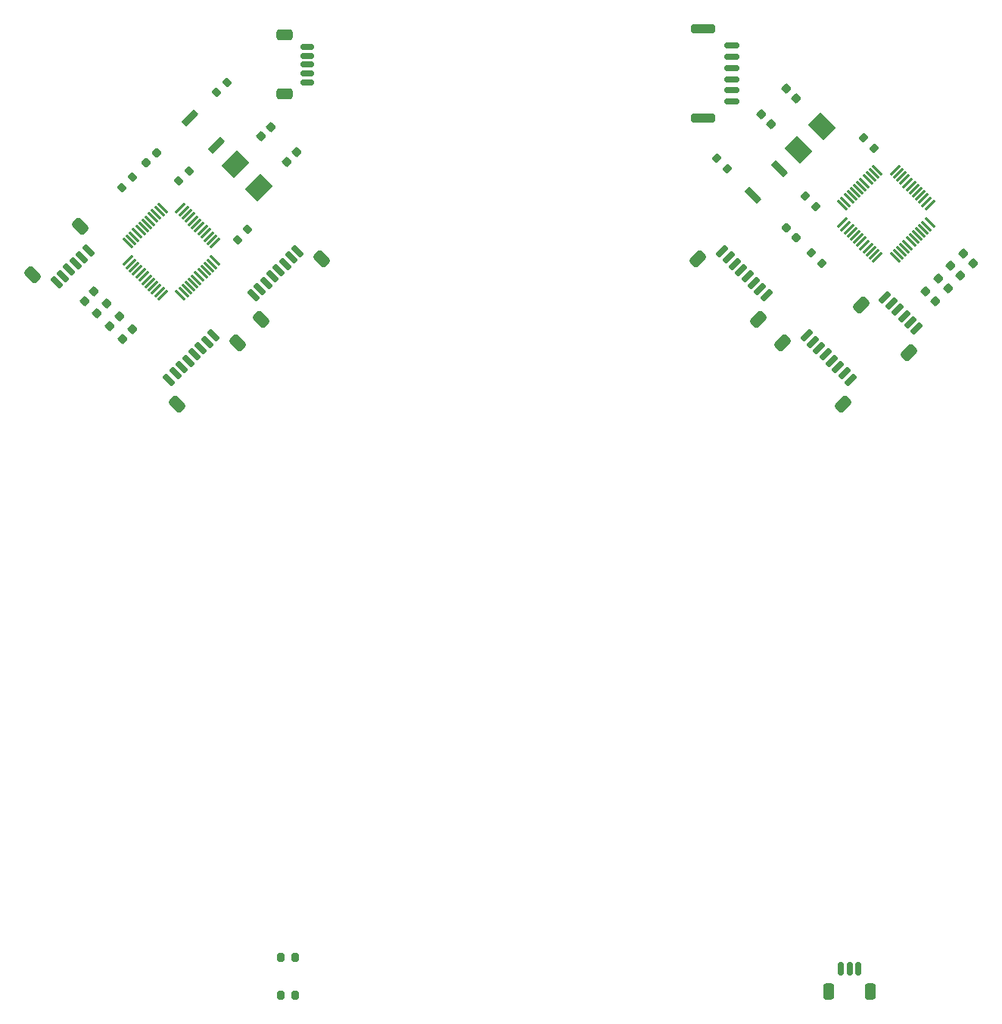
<source format=gtp>
%TF.GenerationSoftware,KiCad,Pcbnew,(6.0.7-1)-1*%
%TF.CreationDate,2023-02-20T20:58:05+08:00*%
%TF.ProjectId,layer3,6c617965-7233-42e6-9b69-6361645f7063,1.0*%
%TF.SameCoordinates,Original*%
%TF.FileFunction,Paste,Top*%
%TF.FilePolarity,Positive*%
%FSLAX46Y46*%
G04 Gerber Fmt 4.6, Leading zero omitted, Abs format (unit mm)*
G04 Created by KiCad (PCBNEW (6.0.7-1)-1) date 2023-02-20 20:58:05*
%MOMM*%
%LPD*%
G01*
G04 APERTURE LIST*
G04 Aperture macros list*
%AMRoundRect*
0 Rectangle with rounded corners*
0 $1 Rounding radius*
0 $2 $3 $4 $5 $6 $7 $8 $9 X,Y pos of 4 corners*
0 Add a 4 corners polygon primitive as box body*
4,1,4,$2,$3,$4,$5,$6,$7,$8,$9,$2,$3,0*
0 Add four circle primitives for the rounded corners*
1,1,$1+$1,$2,$3*
1,1,$1+$1,$4,$5*
1,1,$1+$1,$6,$7*
1,1,$1+$1,$8,$9*
0 Add four rect primitives between the rounded corners*
20,1,$1+$1,$2,$3,$4,$5,0*
20,1,$1+$1,$4,$5,$6,$7,0*
20,1,$1+$1,$6,$7,$8,$9,0*
20,1,$1+$1,$8,$9,$2,$3,0*%
%AMRotRect*
0 Rectangle, with rotation*
0 The origin of the aperture is its center*
0 $1 length*
0 $2 width*
0 $3 Rotation angle, in degrees counterclockwise*
0 Add horizontal line*
21,1,$1,$2,0,0,$3*%
G04 Aperture macros list end*
%ADD10RoundRect,0.200000X0.335876X0.053033X0.053033X0.335876X-0.335876X-0.053033X-0.053033X-0.335876X0*%
%ADD11RoundRect,0.150000X0.548008X0.335876X0.335876X0.548008X-0.548008X-0.335876X-0.335876X-0.548008X0*%
%ADD12RoundRect,0.250000X0.707107X0.212132X0.212132X0.707107X-0.707107X-0.212132X-0.212132X-0.707107X0*%
%ADD13RoundRect,0.150000X0.150000X0.625000X-0.150000X0.625000X-0.150000X-0.625000X0.150000X-0.625000X0*%
%ADD14RoundRect,0.250000X0.350000X0.650000X-0.350000X0.650000X-0.350000X-0.650000X0.350000X-0.650000X0*%
%ADD15RotRect,2.000000X2.400000X45.000000*%
%ADD16RoundRect,0.225000X0.017678X-0.335876X0.335876X-0.017678X-0.017678X0.335876X-0.335876X0.017678X0*%
%ADD17RoundRect,0.150000X-0.700000X0.150000X-0.700000X-0.150000X0.700000X-0.150000X0.700000X0.150000X0*%
%ADD18RoundRect,0.250000X-1.100000X0.250000X-1.100000X-0.250000X1.100000X-0.250000X1.100000X0.250000X0*%
%ADD19RoundRect,0.225000X0.335876X0.017678X0.017678X0.335876X-0.335876X-0.017678X-0.017678X-0.335876X0*%
%ADD20RoundRect,0.200000X-0.335876X-0.053033X-0.053033X-0.335876X0.335876X0.053033X0.053033X0.335876X0*%
%ADD21RoundRect,0.200000X-0.053033X0.335876X-0.335876X0.053033X0.053033X-0.335876X0.335876X-0.053033X0*%
%ADD22RoundRect,0.200000X0.053033X-0.335876X0.335876X-0.053033X-0.053033X0.335876X-0.335876X0.053033X0*%
%ADD23RoundRect,0.218750X-0.026517X0.335876X-0.335876X0.026517X0.026517X-0.335876X0.335876X-0.026517X0*%
%ADD24RoundRect,0.075000X0.415425X0.521491X-0.521491X-0.415425X-0.415425X-0.521491X0.521491X0.415425X0*%
%ADD25RoundRect,0.075000X-0.415425X0.521491X-0.521491X0.415425X0.415425X-0.521491X0.521491X-0.415425X0*%
%ADD26RoundRect,0.200000X-0.707107X-0.424264X-0.424264X-0.707107X0.707107X0.424264X0.424264X0.707107X0*%
%ADD27RoundRect,0.200000X-0.200000X-0.275000X0.200000X-0.275000X0.200000X0.275000X-0.200000X0.275000X0*%
%ADD28RoundRect,0.200000X0.424264X-0.707107X0.707107X-0.424264X-0.424264X0.707107X-0.707107X0.424264X0*%
%ADD29RoundRect,0.218750X-0.335876X-0.026517X-0.026517X-0.335876X0.335876X0.026517X0.026517X0.335876X0*%
%ADD30RotRect,2.000000X2.400000X315.000000*%
%ADD31RoundRect,0.225000X-0.017678X0.335876X-0.335876X0.017678X0.017678X-0.335876X0.335876X-0.017678X0*%
%ADD32RoundRect,0.225000X-0.335876X-0.017678X-0.017678X-0.335876X0.335876X0.017678X0.017678X0.335876X0*%
%ADD33RoundRect,0.150000X0.625000X-0.150000X0.625000X0.150000X-0.625000X0.150000X-0.625000X-0.150000X0*%
%ADD34RoundRect,0.250000X0.650000X-0.350000X0.650000X0.350000X-0.650000X0.350000X-0.650000X-0.350000X0*%
%ADD35RoundRect,0.075000X-0.521491X0.415425X0.415425X-0.521491X0.521491X-0.415425X-0.415425X0.521491X0*%
%ADD36RoundRect,0.075000X-0.521491X-0.415425X-0.415425X-0.521491X0.521491X0.415425X0.415425X0.521491X0*%
%ADD37RoundRect,0.150000X0.335876X-0.548008X0.548008X-0.335876X-0.335876X0.548008X-0.548008X0.335876X0*%
%ADD38RoundRect,0.250000X0.212132X-0.707107X0.707107X-0.212132X-0.212132X0.707107X-0.707107X0.212132X0*%
%ADD39RoundRect,0.150000X-0.335876X0.548008X-0.548008X0.335876X0.335876X-0.548008X0.548008X-0.335876X0*%
%ADD40RoundRect,0.250000X-0.212132X0.707107X-0.707107X0.212132X0.212132X-0.707107X0.707107X-0.212132X0*%
G04 APERTURE END LIST*
D10*
X150732374Y-60327802D03*
X149565648Y-59161076D03*
D11*
X148125835Y-86252002D03*
X147418728Y-85544895D03*
X146711622Y-84837789D03*
X146004515Y-84130682D03*
X145297408Y-83423575D03*
X144590301Y-82716468D03*
X143883195Y-82009362D03*
X143176088Y-81302255D03*
D12*
X147259629Y-88956686D03*
X140471404Y-82168461D03*
D13*
X149000000Y-152175000D03*
X148000000Y-152175000D03*
X147000000Y-152175000D03*
D14*
X150300000Y-154700000D03*
X145700000Y-154700000D03*
D15*
X142300126Y-60522257D03*
X144916422Y-57905961D03*
D16*
X66640269Y-81680797D03*
X67736285Y-80584781D03*
D17*
X134850000Y-48875000D03*
X134850000Y-50125000D03*
X134850000Y-51375000D03*
X134850000Y-52625000D03*
X134850000Y-53875000D03*
X134850000Y-55125000D03*
D18*
X131650000Y-56975000D03*
X131650000Y-47025000D03*
D10*
X144898745Y-73232503D03*
X143732019Y-72065777D03*
D19*
X157591312Y-77439788D03*
X156495296Y-76343772D03*
D11*
X155505345Y-80551055D03*
X154798239Y-79843949D03*
X154091132Y-79136842D03*
X153384025Y-78429735D03*
X152676918Y-77722628D03*
X151969812Y-77015522D03*
D12*
X154639140Y-83255739D03*
X149265128Y-77881727D03*
D20*
X133125416Y-61459173D03*
X134292142Y-62625899D03*
D16*
X62397629Y-77438157D03*
X63493645Y-76342141D03*
D11*
X138697745Y-76823912D03*
X137990638Y-76116805D03*
X137283532Y-75409699D03*
X136576425Y-74702592D03*
X135869318Y-73995485D03*
X135162211Y-73288378D03*
X134455105Y-72581272D03*
X133747998Y-71874165D03*
D12*
X137831539Y-79528596D03*
X131043314Y-72740371D03*
D21*
X78378242Y-52972262D03*
X77211516Y-54138988D03*
D22*
X79509613Y-70579220D03*
X80676339Y-69412494D03*
D23*
X70446272Y-60875947D03*
X69332578Y-61989641D03*
D24*
X77025901Y-70941613D03*
X76672347Y-70588059D03*
X76318794Y-70234506D03*
X75965240Y-69880952D03*
X75611687Y-69527399D03*
X75258134Y-69173846D03*
X74904580Y-68820292D03*
X74551027Y-68466739D03*
X74197474Y-68113186D03*
X73843920Y-67759632D03*
X73490367Y-67406079D03*
X73136813Y-67052525D03*
D25*
X71139237Y-67052525D03*
X70785683Y-67406079D03*
X70432130Y-67759632D03*
X70078576Y-68113186D03*
X69725023Y-68466739D03*
X69371470Y-68820292D03*
X69017916Y-69173846D03*
X68664363Y-69527399D03*
X68310810Y-69880952D03*
X67957256Y-70234506D03*
X67603703Y-70588059D03*
X67250149Y-70941613D03*
D24*
X67250149Y-72939189D03*
X67603703Y-73292743D03*
X67957256Y-73646296D03*
X68310810Y-73999850D03*
X68664363Y-74353403D03*
X69017916Y-74706956D03*
X69371470Y-75060510D03*
X69725023Y-75414063D03*
X70078576Y-75767616D03*
X70432130Y-76121170D03*
X70785683Y-76474723D03*
X71139237Y-76828277D03*
D25*
X73136813Y-76828277D03*
X73490367Y-76474723D03*
X73843920Y-76121170D03*
X74197474Y-75767616D03*
X74551027Y-75414063D03*
X74904580Y-75060510D03*
X75258134Y-74706956D03*
X75611687Y-74353403D03*
X75965240Y-73999850D03*
X76318794Y-73646296D03*
X76672347Y-73292743D03*
X77025901Y-72939189D03*
D26*
X74188635Y-57020448D03*
X77158483Y-59990296D03*
D16*
X63811842Y-78852370D03*
X64907858Y-77756354D03*
D27*
X84350000Y-150875000D03*
X86000000Y-150875000D03*
D28*
X137173604Y-65648779D03*
X140143452Y-62678931D03*
D21*
X74135601Y-62871757D03*
X72968875Y-64038483D03*
D29*
X140930108Y-69263865D03*
X142043802Y-70377559D03*
D16*
X65226057Y-80266584D03*
X66322073Y-79170568D03*
D30*
X79315158Y-62146972D03*
X81931454Y-64763268D03*
D31*
X86121062Y-60785791D03*
X85025046Y-61881807D03*
D32*
X138110520Y-56544782D03*
X139206536Y-57640798D03*
D33*
X87325000Y-53000000D03*
X87325000Y-52000000D03*
X87325000Y-51000000D03*
X87325000Y-50000000D03*
X87325000Y-49000000D03*
D34*
X84800000Y-47700000D03*
X84800000Y-54300000D03*
D19*
X161833953Y-73197148D03*
X160737937Y-72101132D03*
D27*
X84350000Y-155125000D03*
X86000000Y-155125000D03*
D32*
X140938947Y-53716355D03*
X142034963Y-54812371D03*
D19*
X160419738Y-74611360D03*
X159323722Y-73515344D03*
D35*
X151094768Y-62811515D03*
X150741214Y-63165069D03*
X150387661Y-63518622D03*
X150034107Y-63872176D03*
X149680554Y-64225729D03*
X149327001Y-64579282D03*
X148973447Y-64932836D03*
X148619894Y-65286389D03*
X148266341Y-65639942D03*
X147912787Y-65993496D03*
X147559234Y-66347049D03*
X147205680Y-66700603D03*
D36*
X147205680Y-68698179D03*
X147559234Y-69051733D03*
X147912787Y-69405286D03*
X148266341Y-69758840D03*
X148619894Y-70112393D03*
X148973447Y-70465946D03*
X149327001Y-70819500D03*
X149680554Y-71173053D03*
X150034107Y-71526606D03*
X150387661Y-71880160D03*
X150741214Y-72233713D03*
X151094768Y-72587267D03*
D35*
X153092344Y-72587267D03*
X153445898Y-72233713D03*
X153799451Y-71880160D03*
X154153005Y-71526606D03*
X154506558Y-71173053D03*
X154860111Y-70819500D03*
X155213665Y-70465946D03*
X155567218Y-70112393D03*
X155920771Y-69758840D03*
X156274325Y-69405286D03*
X156627878Y-69051733D03*
X156981432Y-68698179D03*
D36*
X156981432Y-66700603D03*
X156627878Y-66347049D03*
X156274325Y-65993496D03*
X155920771Y-65639942D03*
X155567218Y-65286389D03*
X155213665Y-64932836D03*
X154860111Y-64579282D03*
X154506558Y-64225729D03*
X154153005Y-63872176D03*
X153799451Y-63518622D03*
X153445898Y-63165069D03*
X153092344Y-62811515D03*
D37*
X59286360Y-75352192D03*
X59993466Y-74645086D03*
X60700573Y-73937979D03*
X61407680Y-73230872D03*
X62114787Y-72523765D03*
X62821893Y-71816659D03*
D38*
X61955688Y-69111975D03*
X56581676Y-74485987D03*
D39*
X86252002Y-71874165D03*
X85544895Y-72581272D03*
X84837789Y-73288378D03*
X84130682Y-73995485D03*
X83423575Y-74702592D03*
X82716468Y-75409699D03*
X82009362Y-76116805D03*
X81302255Y-76823912D03*
D40*
X82168461Y-79528596D03*
X88956686Y-72740371D03*
D20*
X143024911Y-65701813D03*
X144191637Y-66868539D03*
D22*
X66604914Y-64745590D03*
X67771640Y-63578864D03*
D31*
X83292635Y-57957364D03*
X82196619Y-59053380D03*
D19*
X159005525Y-76025573D03*
X157909509Y-74929557D03*
D39*
X76823912Y-81302255D03*
X76116805Y-82009362D03*
X75409699Y-82716468D03*
X74702592Y-83423575D03*
X73995485Y-84130682D03*
X73288378Y-84837789D03*
X72581272Y-85544895D03*
X71874165Y-86252002D03*
D40*
X79528596Y-82168461D03*
X72740371Y-88956686D03*
M02*

</source>
